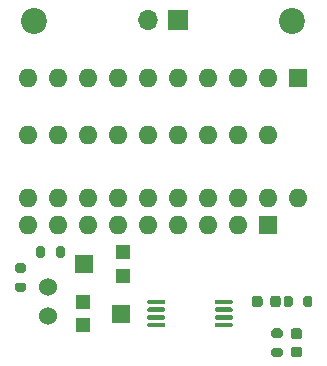
<source format=gbr>
%TF.GenerationSoftware,KiCad,Pcbnew,(5.1.9)-1*%
%TF.CreationDate,2021-06-15T19:55:56-04:00*%
%TF.ProjectId,uVU,7556552e-6b69-4636-9164-5f7063625858,rev?*%
%TF.SameCoordinates,Original*%
%TF.FileFunction,Soldermask,Bot*%
%TF.FilePolarity,Negative*%
%FSLAX46Y46*%
G04 Gerber Fmt 4.6, Leading zero omitted, Abs format (unit mm)*
G04 Created by KiCad (PCBNEW (5.1.9)-1) date 2021-06-15 19:55:56*
%MOMM*%
%LPD*%
G01*
G04 APERTURE LIST*
%ADD10O,1.600000X1.600000*%
%ADD11R,1.600000X1.600000*%
%ADD12R,1.500000X1.600000*%
%ADD13R,1.200000X1.200000*%
%ADD14C,1.524000*%
%ADD15O,1.700000X1.700000*%
%ADD16R,1.700000X1.700000*%
%ADD17C,2.200000*%
G04 APERTURE END LIST*
%TO.C,R3*%
G36*
G01*
X99039000Y-100056500D02*
X99589000Y-100056500D01*
G75*
G02*
X99789000Y-100256500I0J-200000D01*
G01*
X99789000Y-100656500D01*
G75*
G02*
X99589000Y-100856500I-200000J0D01*
G01*
X99039000Y-100856500D01*
G75*
G02*
X98839000Y-100656500I0J200000D01*
G01*
X98839000Y-100256500D01*
G75*
G02*
X99039000Y-100056500I200000J0D01*
G01*
G37*
G36*
G01*
X99039000Y-98406500D02*
X99589000Y-98406500D01*
G75*
G02*
X99789000Y-98606500I0J-200000D01*
G01*
X99789000Y-99006500D01*
G75*
G02*
X99589000Y-99206500I-200000J0D01*
G01*
X99039000Y-99206500D01*
G75*
G02*
X98839000Y-99006500I0J200000D01*
G01*
X98839000Y-98606500D01*
G75*
G02*
X99039000Y-98406500I200000J0D01*
G01*
G37*
%TD*%
%TO.C,C6*%
G36*
G01*
X100715000Y-99956500D02*
X101215000Y-99956500D01*
G75*
G02*
X101440000Y-100181500I0J-225000D01*
G01*
X101440000Y-100631500D01*
G75*
G02*
X101215000Y-100856500I-225000J0D01*
G01*
X100715000Y-100856500D01*
G75*
G02*
X100490000Y-100631500I0J225000D01*
G01*
X100490000Y-100181500D01*
G75*
G02*
X100715000Y-99956500I225000J0D01*
G01*
G37*
G36*
G01*
X100715000Y-98406500D02*
X101215000Y-98406500D01*
G75*
G02*
X101440000Y-98631500I0J-225000D01*
G01*
X101440000Y-99081500D01*
G75*
G02*
X101215000Y-99306500I-225000J0D01*
G01*
X100715000Y-99306500D01*
G75*
G02*
X100490000Y-99081500I0J225000D01*
G01*
X100490000Y-98631500D01*
G75*
G02*
X100715000Y-98406500I225000J0D01*
G01*
G37*
%TD*%
D10*
%TO.C,U2*%
X98552000Y-82042000D03*
X78232000Y-89662000D03*
X96012000Y-82042000D03*
X80772000Y-89662000D03*
X93472000Y-82042000D03*
X83312000Y-89662000D03*
X90932000Y-82042000D03*
X85852000Y-89662000D03*
X88392000Y-82042000D03*
X88392000Y-89662000D03*
X85852000Y-82042000D03*
X90932000Y-89662000D03*
X83312000Y-82042000D03*
X93472000Y-89662000D03*
X80772000Y-82042000D03*
X96012000Y-89662000D03*
X78232000Y-82042000D03*
D11*
X98552000Y-89662000D03*
%TD*%
%TO.C,U1*%
G36*
G01*
X94073000Y-98230000D02*
X94073000Y-98030000D01*
G75*
G02*
X94173000Y-97930000I100000J0D01*
G01*
X95448000Y-97930000D01*
G75*
G02*
X95548000Y-98030000I0J-100000D01*
G01*
X95548000Y-98230000D01*
G75*
G02*
X95448000Y-98330000I-100000J0D01*
G01*
X94173000Y-98330000D01*
G75*
G02*
X94073000Y-98230000I0J100000D01*
G01*
G37*
G36*
G01*
X94073000Y-97580000D02*
X94073000Y-97380000D01*
G75*
G02*
X94173000Y-97280000I100000J0D01*
G01*
X95448000Y-97280000D01*
G75*
G02*
X95548000Y-97380000I0J-100000D01*
G01*
X95548000Y-97580000D01*
G75*
G02*
X95448000Y-97680000I-100000J0D01*
G01*
X94173000Y-97680000D01*
G75*
G02*
X94073000Y-97580000I0J100000D01*
G01*
G37*
G36*
G01*
X94073000Y-96930000D02*
X94073000Y-96730000D01*
G75*
G02*
X94173000Y-96630000I100000J0D01*
G01*
X95448000Y-96630000D01*
G75*
G02*
X95548000Y-96730000I0J-100000D01*
G01*
X95548000Y-96930000D01*
G75*
G02*
X95448000Y-97030000I-100000J0D01*
G01*
X94173000Y-97030000D01*
G75*
G02*
X94073000Y-96930000I0J100000D01*
G01*
G37*
G36*
G01*
X94073000Y-96280000D02*
X94073000Y-96080000D01*
G75*
G02*
X94173000Y-95980000I100000J0D01*
G01*
X95448000Y-95980000D01*
G75*
G02*
X95548000Y-96080000I0J-100000D01*
G01*
X95548000Y-96280000D01*
G75*
G02*
X95448000Y-96380000I-100000J0D01*
G01*
X94173000Y-96380000D01*
G75*
G02*
X94073000Y-96280000I0J100000D01*
G01*
G37*
G36*
G01*
X88348000Y-96280000D02*
X88348000Y-96080000D01*
G75*
G02*
X88448000Y-95980000I100000J0D01*
G01*
X89723000Y-95980000D01*
G75*
G02*
X89823000Y-96080000I0J-100000D01*
G01*
X89823000Y-96280000D01*
G75*
G02*
X89723000Y-96380000I-100000J0D01*
G01*
X88448000Y-96380000D01*
G75*
G02*
X88348000Y-96280000I0J100000D01*
G01*
G37*
G36*
G01*
X88348000Y-96930000D02*
X88348000Y-96730000D01*
G75*
G02*
X88448000Y-96630000I100000J0D01*
G01*
X89723000Y-96630000D01*
G75*
G02*
X89823000Y-96730000I0J-100000D01*
G01*
X89823000Y-96930000D01*
G75*
G02*
X89723000Y-97030000I-100000J0D01*
G01*
X88448000Y-97030000D01*
G75*
G02*
X88348000Y-96930000I0J100000D01*
G01*
G37*
G36*
G01*
X88348000Y-97580000D02*
X88348000Y-97380000D01*
G75*
G02*
X88448000Y-97280000I100000J0D01*
G01*
X89723000Y-97280000D01*
G75*
G02*
X89823000Y-97380000I0J-100000D01*
G01*
X89823000Y-97580000D01*
G75*
G02*
X89723000Y-97680000I-100000J0D01*
G01*
X88448000Y-97680000D01*
G75*
G02*
X88348000Y-97580000I0J100000D01*
G01*
G37*
G36*
G01*
X88348000Y-98230000D02*
X88348000Y-98030000D01*
G75*
G02*
X88448000Y-97930000I100000J0D01*
G01*
X89723000Y-97930000D01*
G75*
G02*
X89823000Y-98030000I0J-100000D01*
G01*
X89823000Y-98230000D01*
G75*
G02*
X89723000Y-98330000I-100000J0D01*
G01*
X88448000Y-98330000D01*
G75*
G02*
X88348000Y-98230000I0J100000D01*
G01*
G37*
%TD*%
D12*
%TO.C,RV2*%
X83005000Y-92964000D03*
D13*
X86255000Y-93964000D03*
X86255000Y-91964000D03*
%TD*%
D12*
%TO.C,RV1*%
X86106000Y-97155000D03*
D13*
X82856000Y-96155000D03*
X82856000Y-98155000D03*
%TD*%
%TO.C,R4*%
G36*
G01*
X79712000Y-91673000D02*
X79712000Y-92223000D01*
G75*
G02*
X79512000Y-92423000I-200000J0D01*
G01*
X79112000Y-92423000D01*
G75*
G02*
X78912000Y-92223000I0J200000D01*
G01*
X78912000Y-91673000D01*
G75*
G02*
X79112000Y-91473000I200000J0D01*
G01*
X79512000Y-91473000D01*
G75*
G02*
X79712000Y-91673000I0J-200000D01*
G01*
G37*
G36*
G01*
X81362000Y-91673000D02*
X81362000Y-92223000D01*
G75*
G02*
X81162000Y-92423000I-200000J0D01*
G01*
X80762000Y-92423000D01*
G75*
G02*
X80562000Y-92223000I0J200000D01*
G01*
X80562000Y-91673000D01*
G75*
G02*
X80762000Y-91473000I200000J0D01*
G01*
X81162000Y-91473000D01*
G75*
G02*
X81362000Y-91673000I0J-200000D01*
G01*
G37*
%TD*%
%TO.C,R2*%
G36*
G01*
X101517000Y-96414000D02*
X101517000Y-95864000D01*
G75*
G02*
X101717000Y-95664000I200000J0D01*
G01*
X102117000Y-95664000D01*
G75*
G02*
X102317000Y-95864000I0J-200000D01*
G01*
X102317000Y-96414000D01*
G75*
G02*
X102117000Y-96614000I-200000J0D01*
G01*
X101717000Y-96614000D01*
G75*
G02*
X101517000Y-96414000I0J200000D01*
G01*
G37*
G36*
G01*
X99867000Y-96414000D02*
X99867000Y-95864000D01*
G75*
G02*
X100067000Y-95664000I200000J0D01*
G01*
X100467000Y-95664000D01*
G75*
G02*
X100667000Y-95864000I0J-200000D01*
G01*
X100667000Y-96414000D01*
G75*
G02*
X100467000Y-96614000I-200000J0D01*
G01*
X100067000Y-96614000D01*
G75*
G02*
X99867000Y-96414000I0J200000D01*
G01*
G37*
%TD*%
%TO.C,R1*%
G36*
G01*
X77322000Y-94532000D02*
X77872000Y-94532000D01*
G75*
G02*
X78072000Y-94732000I0J-200000D01*
G01*
X78072000Y-95132000D01*
G75*
G02*
X77872000Y-95332000I-200000J0D01*
G01*
X77322000Y-95332000D01*
G75*
G02*
X77122000Y-95132000I0J200000D01*
G01*
X77122000Y-94732000D01*
G75*
G02*
X77322000Y-94532000I200000J0D01*
G01*
G37*
G36*
G01*
X77322000Y-92882000D02*
X77872000Y-92882000D01*
G75*
G02*
X78072000Y-93082000I0J-200000D01*
G01*
X78072000Y-93482000D01*
G75*
G02*
X77872000Y-93682000I-200000J0D01*
G01*
X77322000Y-93682000D01*
G75*
G02*
X77122000Y-93482000I0J200000D01*
G01*
X77122000Y-93082000D01*
G75*
G02*
X77322000Y-92882000I200000J0D01*
G01*
G37*
%TD*%
D14*
%TO.C,MIC*%
X79915000Y-94889000D03*
X79915000Y-97389000D03*
%TD*%
D15*
%TO.C,J1*%
X88392000Y-72263000D03*
D16*
X90932000Y-72263000D03*
%TD*%
D17*
%TO.C,H2*%
X100584000Y-72390000D03*
%TD*%
%TO.C,H1*%
X78740000Y-72390000D03*
%TD*%
D10*
%TO.C,D1*%
X78232000Y-77216000D03*
X78232000Y-87376000D03*
X80772000Y-77216000D03*
X80772000Y-87376000D03*
X101092000Y-87376000D03*
X83312000Y-77216000D03*
X98552000Y-87376000D03*
X85852000Y-77216000D03*
X96012000Y-87376000D03*
X88392000Y-77216000D03*
X93472000Y-87376000D03*
X90932000Y-77216000D03*
X90932000Y-87376000D03*
X93472000Y-77216000D03*
X88392000Y-87376000D03*
X96012000Y-77216000D03*
X85852000Y-87376000D03*
X98552000Y-77216000D03*
X83312000Y-87376000D03*
D11*
X101092000Y-77216000D03*
%TD*%
%TO.C,C4*%
G36*
G01*
X98737000Y-96389000D02*
X98737000Y-95889000D01*
G75*
G02*
X98962000Y-95664000I225000J0D01*
G01*
X99412000Y-95664000D01*
G75*
G02*
X99637000Y-95889000I0J-225000D01*
G01*
X99637000Y-96389000D01*
G75*
G02*
X99412000Y-96614000I-225000J0D01*
G01*
X98962000Y-96614000D01*
G75*
G02*
X98737000Y-96389000I0J225000D01*
G01*
G37*
G36*
G01*
X97187000Y-96389000D02*
X97187000Y-95889000D01*
G75*
G02*
X97412000Y-95664000I225000J0D01*
G01*
X97862000Y-95664000D01*
G75*
G02*
X98087000Y-95889000I0J-225000D01*
G01*
X98087000Y-96389000D01*
G75*
G02*
X97862000Y-96614000I-225000J0D01*
G01*
X97412000Y-96614000D01*
G75*
G02*
X97187000Y-96389000I0J225000D01*
G01*
G37*
%TD*%
M02*

</source>
